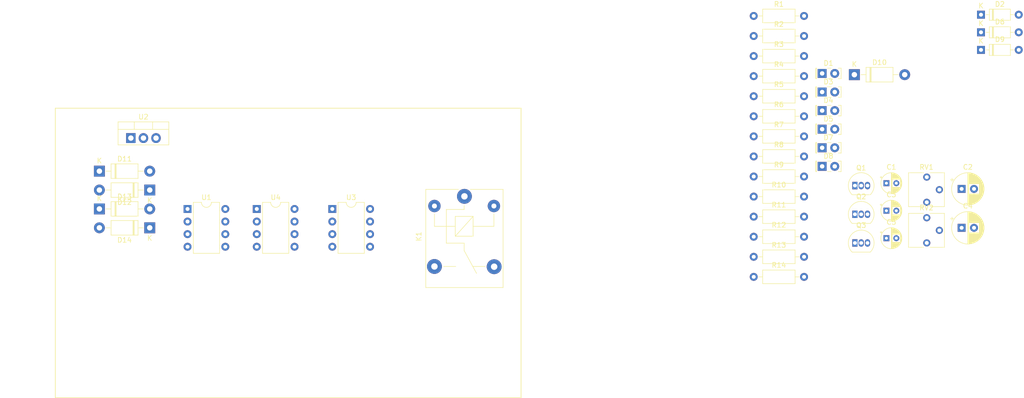
<source format=kicad_pcb>
(kicad_pcb (version 20221018) (generator pcbnew)
  (layers (0 "F.Cu" signal) (31 "B.Cu" signal) (34 "B.Paste" user) (35 "F.Paste" user) (36 "B.SilkS" user "B.Silkscreen") (37 "F.SilkS" user "F.Silkscreen") (38 "B.Mask" user) (39 "F.Mask" user) (44 "Edge.Cuts" user))
  (net 0 "")
  (net 1 "+12V")
  (net 2 "Net-(Q1-C)")
  (net 3 "Net-(D12-K)")
  (net 4 "GND")
  (net 5 "/triggle")
  (net 6 "/Delay")
  (net 7 "Net-(D1-K)")
  (net 8 "Net-(D1-A)")
  (net 9 "/RST_O")
  (net 10 "Net-(D2-A)")
  (net 11 "/pin3_OV")
  (net 12 "Net-(D3-A)")
  (net 13 "Net-(D4-A)")
  (net 14 "Net-(D5-A)")
  (net 15 "Net-(D6-A)")
  (net 16 "/pin3_RC")
  (net 17 "Net-(D7-A)")
  (net 18 "Net-(D10-K)")
  (net 19 "Net-(D10-A)")
  (net 20 "Net-(D11-K)")
  (net 21 "Net-(D13-K)")
  (net 25 "Net-(Q1-B)")
  (net 26 "Net-(Q2-C)")
  (net 27 "Net-(Q2-B)")
  (net 28 "Net-(Q3-B)")
  (net 29 "Net-(R1-Pad1)")
  (net 30 "Net-(R7-Pad2)")
  (footprint "Potentiometer_THT:Potentiometer_Vishay_T73YP_Vertical" (layer "F.Cu") (at 258.394759 67.24)
    (fp_text reference "RV1" (at -0.06 -7.09) (layer "F.SilkS"))
    (fp_text value "10k")
    (pad "1" thru_hole circle (at 0 0) (size 1.44 1.44) (drill 0.8) (layers *.Cu *.Mask) (net 1 "+12V"))
    (pad "2" thru_hole circle (at 2.54 -2.54) (size 1.44 1.44) (drill 0.8) (layers *.Cu *.Mask) (net 25 "Net-(Q1-B)"))
    (pad "3" thru_hole circle (at 0 -5.08) (size 1.44 1.44) (drill 0.8) (layers *.Cu *.Mask) (net 29 "Net-(R1-Pad1)"))
  )
  (footprint "Resistor_THT:R_Axial_DIN0207_L6.3mm_D2.5mm_P10.16mm_Horizontal" (layer "F.Cu") (at 223.474759 53.94)
    (fp_text reference "R7" (at 5.08 -2.37) (layer "F.SilkS"))
    (fp_text value "47k")
    (pad "1" thru_hole circle (at 0 0) (size 1.6 1.6) (drill 0.8) (layers *.Cu *.Mask) (net 1 "+12V"))
    (pad "2" thru_hole oval (at 10.16 0) (size 1.6 1.6) (drill 0.8) (layers *.Cu *.Mask) (net 30 "Net-(R7-Pad2)"))
  )
  (footprint "Resistor_THT:R_Axial_DIN0207_L6.3mm_D2.5mm_P10.16mm_Horizontal" (layer "F.Cu") (at 223.474759 70.14)
    (fp_text reference "R11" (at 5.08 -2.37) (layer "F.SilkS"))
    (fp_text value "1k")
    (pad "1" thru_hole circle (at 0 0) (size 1.6 1.6) (drill 0.8) (layers *.Cu *.Mask) (net 1 "+12V"))
    (pad "2" thru_hole oval (at 10.16 0) (size 1.6 1.6) (drill 0.8) (layers *.Cu *.Mask) (net 17 "Net-(D7-A)"))
  )
  (footprint "Resistor_THT:R_Axial_DIN0207_L6.3mm_D2.5mm_P10.16mm_Horizontal" (layer "F.Cu") (at 223.474759 66.09)
    (fp_text reference "R10" (at 5.08 -2.37) (layer "F.SilkS"))
    (fp_text value "47k")
    (pad "1" thru_hole circle (at 0 0) (size 1.6 1.6) (drill 0.8) (layers *.Cu *.Mask) (net 1 "+12V"))
    (pad "2" thru_hole oval (at 10.16 0) (size 1.6 1.6) (drill 0.8) (layers *.Cu *.Mask) (net 10 "Net-(D2-A)"))
  )
  (footprint "Diode_THT:D_DO-41_SOD81_P10.16mm_Horizontal" (layer "F.Cu") (at 91.44 68.58)
    (fp_text reference "D13" (at 5.08 -2.47) (layer "F.SilkS"))
    (fp_text value "1N4001")
    (fp_text user "K" (at 0 -2.1) (layer "F.SilkS"))
    (pad "1" thru_hole rect (at 0 0) (size 2.2 2.2) (drill 1.1) (layers *.Cu *.Mask) (net 21 "Net-(D13-K)"))
    (pad "2" thru_hole oval (at 10.16 0) (size 2.2 2.2) (drill 1.1) (layers *.Cu *.Mask) (net 4 "GND"))
  )
  (footprint "Package_TO_SOT_THT:TO-220-3_Vertical" (layer "F.Cu") (at 97.79 54.285)
    (fp_text reference "U2" (at 2.54 -4.27) (layer "F.SilkS"))
    (fp_text value "LM7812")
    (pad "1" thru_hole rect (at 0 0) (size 1.905 2) (drill 1.1) (layers *.Cu *.Mask) (net 3 "Net-(D12-K)"))
    (pad "2" thru_hole oval (at 2.54 0) (size 1.905 2) (drill 1.1) (layers *.Cu *.Mask) (net 4 "GND"))
    (pad "3" thru_hole oval (at 5.08 0) (size 1.905 2) (drill 1.1) (layers *.Cu *.Mask) (net 1 "+12V"))
  )
  (footprint "LED_THT:LED_Rectangular_W5.0mm_H2.0mm" (layer "F.Cu") (at 237.284759 56.24)
    (fp_text reference "D7" (at 1.27 -2.06) (layer "F.SilkS"))
    (fp_text value "LED OPT")
    (pad "1" thru_hole rect (at 0 0) (size 1.8 1.8) (drill 0.9) (layers *.Cu *.Mask) (net 16 "/pin3_RC"))
    (pad "2" thru_hole circle (at 2.54 0) (size 1.8 1.8) (drill 0.9) (layers *.Cu *.Mask) (net 17 "Net-(D7-A)"))
  )
  (footprint "Diode_THT:D_DO-35_SOD27_P7.62mm_Horizontal" (layer "F.Cu") (at 269.334759 29.39)
    (fp_text reference "D2" (at 3.81 -2.12) (layer "F.SilkS"))
    (fp_text value "1N4148")
    (fp_text user "K" (at 0 -1.8) (layer "F.SilkS"))
    (pad "1" thru_hole rect (at 0 0) (size 1.6 1.6) (drill 0.8) (layers *.Cu *.Mask) (net 9 "/RST_O"))
    (pad "2" thru_hole oval (at 7.62 0) (size 1.6 1.6) (drill 0.8) (layers *.Cu *.Mask) (net 10 "Net-(D2-A)"))
  )
  (footprint "Resistor_THT:R_Axial_DIN0207_L6.3mm_D2.5mm_P10.16mm_Horizontal" (layer "F.Cu") (at 223.474759 82.29)
    (fp_text reference "R14" (at 5.08 -2.37) (layer "F.SilkS"))
    (fp_text value "3k3")
    (pad "1" thru_hole circle (at 0 0) (size 1.6 1.6) (drill 0.8) (layers *.Cu *.Mask) (net 1 "+12V"))
    (pad "2" thru_hole oval (at 10.16 0) (size 1.6 1.6) (drill 0.8) (layers *.Cu *.Mask) (net 28 "Net-(Q3-B)"))
  )
  (footprint "Capacitor_THT:CP_Radial_D4.0mm_P2.00mm" (layer "F.Cu") (at 250.24956 63.39)
    (fp_text reference "C1" (at 1 -3.25) (layer "F.SilkS"))
    (fp_text value "10u")
    (pad "1" thru_hole rect (at 0 0) (size 1.2 1.2) (drill 0.6) (layers *.Cu *.Mask) (net 1 "+12V"))
    (pad "2" thru_hole circle (at 2 0) (size 1.2 1.2) (drill 0.6) (layers *.Cu *.Mask) (net 2 "Net-(Q1-C)"))
  )
  (footprint "Package_DIP:DIP-8_W7.62mm" (layer "F.Cu") (at 109.23 68.59)
    (fp_text reference "U1" (at 3.81 -2.33) (layer "F.SilkS"))
    (fp_text value "NE555P")
    (pad "1" thru_hole rect (at 0 0) (size 1.6 1.6) (drill 0.8) (layers *.Cu *.Mask) (net 4 "GND"))
    (pad "2" thru_hole oval (at 0 2.54) (size 1.6 1.6) (drill 0.8) (layers *.Cu *.Mask) (net 2 "Net-(Q1-C)"))
    (pad "3" thru_hole oval (at 0 5.08) (size 1.6 1.6) (drill 0.8) (layers *.Cu *.Mask) (net 11 "/pin3_OV"))
    (pad "4" thru_hole oval (at 0 7.62) (size 1.6 1.6) (drill 0.8) (layers *.Cu *.Mask) (net 9 "/RST_O"))
    (pad "5" thru_hole oval (at 7.62 7.62) (size 1.6 1.6) (drill 0.8) (layers *.Cu *.Mask))
    (pad "6" thru_hole oval (at 7.62 5.08) (size 1.6 1.6) (drill 0.8) (layers *.Cu *.Mask) (net 2 "Net-(Q1-C)"))
    (pad "7" thru_hole oval (at 7.62 2.54) (size 1.6 1.6) (drill 0.8) (layers *.Cu *.Mask) (net 7 "Net-(D1-K)"))
    (pad "8" thru_hole oval (at 7.62 0) (size 1.6 1.6) (drill 0.8) (layers *.Cu *.Mask) (net 1 "+12V"))
  )
  (footprint "Diode_THT:D_DO-41_SOD81_P10.16mm_Horizontal" (layer "F.Cu") (at 91.44 60.96)
    (fp_text reference "D11" (at 5.08 -2.47) (layer "F.SilkS"))
    (fp_text value "1N4001")
    (fp_text user "K" (at 0 -2.1) (layer "F.SilkS"))
    (pad "1" thru_hole rect (at 0 0) (size 2.2 2.2) (drill 1.1) (layers *.Cu *.Mask) (net 20 "Net-(D11-K)"))
    (pad "2" thru_hole oval (at 10.16 0) (size 2.2 2.2) (drill 1.1) (layers *.Cu *.Mask) (net 4 "GND"))
  )
  (footprint "Potentiometer_THT:Potentiometer_Vishay_T73YP_Vertical" (layer "F.Cu") (at 258.394759 75.44)
    (fp_text reference "RV2" (at -0.06 -7.09) (layer "F.SilkS"))
    (fp_text value "10k")
    (pad "1" thru_hole circle (at 0 0) (size 1.44 1.44) (drill 0.8) (layers *.Cu *.Mask) (net 30 "Net-(R7-Pad2)"))
    (pad "2" thru_hole circle (at 2.54 -2.54) (size 1.44 1.44) (drill 0.8) (layers *.Cu *.Mask) (net 27 "Net-(Q2-B)"))
    (pad "3" thru_hole circle (at 0 -5.08) (size 1.44 1.44) (drill 0.8) (layers *.Cu *.Mask) (net 4 "GND"))
  )
  (footprint "LED_THT:LED_Rectangular_W5.0mm_H2.0mm" (layer "F.Cu") (at 237.284759 44.99)
    (fp_text reference "D3" (at 1.27 -2.06) (layer "F.SilkS"))
    (fp_text value "LED OVER")
    (pad "1" thru_hole rect (at 0 0) (size 1.8 1.8) (drill 0.9) (layers *.Cu *.Mask) (net 11 "/pin3_OV"))
    (pad "2" thru_hole circle (at 2.54 0) (size 1.8 1.8) (drill 0.9) (layers *.Cu *.Mask) (net 12 "Net-(D3-A)"))
  )
  (footprint "Diode_THT:D_DO-35_SOD27_P7.62mm_Horizontal" (layer "F.Cu") (at 269.334759 36.49)
    (fp_text reference "D9" (at 3.81 -2.12) (layer "F.SilkS"))
    (fp_text value "1N4148")
    (fp_text user "K" (at 0 -1.8) (layer "F.SilkS"))
    (pad "1" thru_hole rect (at 0 0) (size 1.6 1.6) (drill 0.8) (layers *.Cu *.Mask) (net 11 "/pin3_OV"))
    (pad "2" thru_hole oval (at 7.62 0) (size 1.6 1.6) (drill 0.8) (layers *.Cu *.Mask) (net 10 "Net-(D2-A)"))
  )
  (footprint "Resistor_THT:R_Axial_DIN0207_L6.3mm_D2.5mm_P10.16mm_Horizontal" (layer "F.Cu") (at 223.474759 49.89)
    (fp_text reference "R6" (at 5.08 -2.37) (layer "F.SilkS"))
    (fp_text value "10k")
    (pad "1" thru_hole circle (at 0 0) (size 1.6 1.6) (drill 0.8) (layers *.Cu *.Mask) (net 1 "+12V"))
    (pad "2" thru_hole oval (at 10.16 0) (size 1.6 1.6) (drill 0.8) (layers *.Cu *.Mask) (net 26 "Net-(Q2-C)"))
  )
  (footprint "Resistor_THT:R_Axial_DIN0207_L6.3mm_D2.5mm_P10.16mm_Horizontal" (layer "F.Cu") (at 223.474759 37.74)
    (fp_text reference "R3" (at 5.08 -2.37) (layer "F.SilkS"))
    (fp_text value "1k")
    (pad "1" thru_hole circle (at 0 0) (size 1.6 1.6) (drill 0.8) (layers *.Cu *.Mask) (net 1 "+12V"))
    (pad "2" thru_hole oval (at 10.16 0) (size 1.6 1.6) (drill 0.8) (layers *.Cu *.Mask) (net 8 "Net-(D1-A)"))
  )
  (footprint "Diode_THT:D_DO-41_SOD81_P10.16mm_Horizontal" (layer "F.Cu") (at 101.6 72.39 180)
    (fp_text reference "D14" (at 5.08 -2.47) (layer "F.SilkS"))
    (fp_text value "1N4001")
    (fp_text user "K" (at 0 -2.1) (layer "F.SilkS"))
    (pad "1" thru_hole rect (at 0 0 180) (size 2.2 2.2) (drill 1.1) (layers *.Cu *.Mask) (net 3 "Net-(D12-K)"))
    (pad "2" thru_hole oval (at 10.16 0 180) (size 2.2 2.2) (drill 1.1) (layers *.Cu *.Mask) (net 21 "Net-(D13-K)"))
  )
  (footprint "Resistor_THT:R_Axial_DIN0207_L6.3mm_D2.5mm_P10.16mm_Horizontal" (layer "F.Cu") (at 223.474759 78.24)
    (fp_text reference "R13" (at 5.08 -2.37) (layer "F.SilkS"))
    (fp_text value "8k2")
    (pad "1" thru_hole circle (at 0 0) (size 1.6 1.6) (drill 0.8) (layers *.Cu *.Mask) (net 16 "/pin3_RC"))
    (pad "2" thru_hole oval (at 10.16 0) (size 1.6 1.6) (drill 0.8) (layers *.Cu *.Mask) (net 28 "Net-(Q3-B)"))
  )
  (footprint "Package_TO_SOT_THT:TO-92_Inline" (layer "F.Cu") (at 243.894759 63.87)
    (fp_text reference "Q1" (at 1.27 -3.56) (layer "F.SilkS"))
    (fp_text value "2SA1015")
    (pad "1" thru_hole rect (at 0 0) (size 1.05 1.5) (drill 0.75) (layers *.Cu *.Mask) (net 1 "+12V"))
    (pad "2" thru_hole oval (at 1.27 0) (size 1.05 1.5) (drill 0.75) (layers *.Cu *.Mask) (net 2 "Net-(Q1-C)"))
    (pad "3" thru_hole oval (at 2.54 0) (size 1.05 1.5) (drill 0.75) (layers *.Cu *.Mask) (net 25 "Net-(Q1-B)"))
  )
  (footprint "Diode_THT:D_DO-35_SOD27_P7.62mm_Horizontal" (layer "F.Cu") (at 269.334759 32.94)
    (fp_text reference "D6" (at 3.81 -2.12) (layer "F.SilkS"))
    (fp_text value "1N4148")
    (fp_text user "K" (at 0 -1.8) (layer "F.SilkS"))
    (pad "1" thru_hole rect (at 0 0) (size 1.6 1.6) (drill 0.8) (layers *.Cu *.Mask) (net 10 "Net-(D2-A)"))
    (pad "2" thru_hole oval (at 7.62 0) (size 1.6 1.6) (drill 0.8) (layers *.Cu *.Mask) (net 15 "Net-(D6-A)"))
  )
  (footprint "Resistor_THT:R_Axial_DIN0207_L6.3mm_D2.5mm_P10.16mm_Horizontal" (layer "F.Cu") (at 223.474759 29.64)
    (fp_text reference "R1" (at 5.08 -2.37) (layer "F.SilkS"))
    (fp_text value "47k")
    (pad "1" thru_hole circle (at 0 0) (size 1.6 1.6) (drill 0.8) (layers *.Cu *.Mask) (net 29 "Net-(R1-Pad1)"))
    (pad "2" thru_hole oval (at 10.16 0) (size 1.6 1.6) (drill 0.8) (layers *.Cu *.Mask) (net 4 "GND"))
  )
  (footprint "Resistor_THT:R_Axial_DIN0207_L6.3mm_D2.5mm_P10.16mm_Horizontal" (layer "F.Cu") (at 223.474759 33.69)
    (fp_text reference "R2" (at 5.08 -2.37) (layer "F.SilkS"))
    (fp_text value "10k")
    (pad "1" thru_hole circle (at 0 0) (size 1.6 1.6) (drill 0.8) (layers *.Cu *.Mask) (net 2 "Net-(Q1-C)"))
    (pad "2" thru_hole oval (at 10.16 0) (size 1.6 1.6) (drill 0.8) (layers *.Cu *.Mask) (net 4 "GND"))
  )
  (footprint "Capacitor_THT:CP_Radial_D6.3mm_P2.50mm" (layer "F.Cu") (at 265.43 72.39)
    (fp_text reference "C4" (at 1.25 -4.4) (layer "F.SilkS"))
    (fp_text value "10u")
    (pad "1" thru_hole rect (at 0 0) (size 1.6 1.6) (drill 0.8) (layers *.Cu *.Mask) (net 6 "/Delay"))
    (pad "2" thru_hole circle (at 2.5 0) (size 1.6 1.6) (drill 0.8) (layers *.Cu *.Mask) (net 4 "GND"))
  )
  (footprint "Capacitor_THT:CP_Radial_D4.0mm_P2.00mm" (layer "F.Cu") (at 250.24956 68.94)
    (fp_text reference "C3" (at 1 -3.25) (layer "F.SilkS"))
    (fp_text value "10u")
    (pad "1" thru_hole rect (at 0 0) (size 1.2 1.2) (drill 0.6) (layers *.Cu *.Mask) (net 5 "/triggle"))
    (pad "2" thru_hole circle (at 2 0) (size 1.2 1.2) (drill 0.6) (layers *.Cu *.Mask) (net 4 "GND"))
  )
  (footprint "LED_THT:LED_Rectangular_W5.0mm_H2.0mm" (layer "F.Cu") (at 237.284759 41.24)
    (fp_text reference "D1" (at 1.27 -2.06) (layer "F.SilkS"))
    (fp_text value "LED Trip")
    (pad "1" thru_hole rect (at 0 0) (size 1.8 1.8) (drill 0.9) (layers *.Cu *.Mask) (net 7 "Net-(D1-K)"))
    (pad "2" thru_hole circle (at 2.54 0) (size 1.8 1.8) (drill 0.9) (layers *.Cu *.Mask) (net 8 "Net-(D1-A)"))
  )
  (footprint "Resistor_THT:R_Axial_DIN0207_L6.3mm_D2.5mm_P10.16mm_Horizontal" (layer "F.Cu") (at 223.474759 57.99)
    (fp_text reference "R8" (at 5.08 -2.37) (layer "F.SilkS"))
    (fp_text value "1k")
    (pad "1" thru_hole circle (at 0 0) (size 1.6 1.6) (drill 0.8) (layers *.Cu *.Mask) (net 1 "+12V"))
    (pad "2" thru_hole oval (at 10.16 0) (size 1.6 1.6) (drill 0.8) (layers *.Cu *.Mask) (net 14 "Net-(D5-A)"))
  )
  (footprint "Package_TO_SOT_THT:TO-92_Inline" (layer "F.Cu") (at 243.894759 69.66)
    (fp_text reference "Q2" (at 1.27 -3.56) (layer "F.SilkS"))
    (fp_text value "C1815")
    (pad "1" thru_hole rect (at 0 0) (size 1.05 1.5) (drill 0.75) (layers *.Cu *.Mask) (net 4 "GND"))
    (pad "2" thru_hole oval (at 1.27 0) (size 1.05 1.5) (drill 0.75) (layers *.Cu *.Mask) (net 26 "Net-(Q2-C)"))
    (pad "3" thru_hole oval (at 2.54 0) (size 1.05 1.5) (drill 0.75) (layers *.Cu *.Mask) (net 27 "Net-(Q2-B)"))
  )
  (footprint "Package_DIP:DIP-8_W7.62mm" (layer "F.Cu") (at 123.2 68.59)
    (fp_text reference "U4" (at 3.81 -2.33) (layer "F.SilkS"))
    (fp_text value "NE555P")
    (pad "1" thru_hole rect (at 0 0) (size 1.6 1.6) (drill 0.8) (layers *.Cu *.Mask) (net 4 "GND"))
    (pad "2" thru_hole oval (at 0 2.54) (size 1.6 1.6) (drill 0.8) (layers *.Cu *.Mask) (net 10 "Net-(D2-A)"))
    (pad "3" thru_hole oval (at 0 5.08) (size 1.6 1.6) (drill 0.8) (layers *.Cu *.Mask) (net 16 "/pin3_RC"))
    (pad "4" thru_hole oval (at 0 7.62) (size 1.6 1.6) (drill 0.8) (layers *.Cu *.Mask) (net 1 "+12V"))
    (pad "5" thru_hole oval (at 7.62 7.62) (size 1.6 1.6) (drill 0.8) (layers *.Cu *.Mask))
    (pad "6" thru_hole oval (at 7.62 5.08) (size 1.6 1.6) (drill 0.8) (layers *.Cu *.Mask) (net 6 "/Delay"))
    (pad "7" thru_hole oval (at 7.62 2.54) (size 1.6 1.6) (drill 0.8) (layers *.Cu *.Mask) (net 6 "/Delay"))
    (pad "8" thru_hole oval (at 7.62 0) (size 1.6 1.6) (drill 0.8) (layers *.Cu *.Mask) (net 1 "+12V"))
  )
  (footprint "Capacitor_THT:CP_Radial_D6.3mm_P2.50mm" (layer "F.Cu") (at 265.43 64.54)
    (fp_text reference "C2" (at 1.25 -4.4) (layer "F.SilkS"))
    (fp_text value "470u")
    (pad "1" thru_hole rect (at 0 0) (size 1.6 1.6) (drill 0.8) (layers *.Cu *.Mask) (net 3 "Net-(D12-K)"))
    (pad "2" thru_hole circle (at 2.5 0) (size 1.6 1.6) (drill 0.8) (layers *.Cu *.Mask) (net 4 "GND"))
  )
  (footprint "LED_THT:LED_Rectangular_W5.0mm_H2.0mm" (layer "F.Cu") (at 237.284759 48.74)
    (fp_text reference "D4" (at 1.27 -2.06) (layer "F.SilkS"))
    (fp_text value "LED GRN")
    (pad "1" thru_hole rect (at 0 0) (size 1.8 1.8) (drill 0.9) (layers *.Cu *.Mask) (net 4 "GND"))
    (pad "2" thru_hole circle (at 2.54 0) (size 1.8 1.8) (drill 0.9) (layers *.Cu *.Mask) (net 13 "Net-(D4-A)"))
  )
  (footprint "Diode_THT:D_DO-41_SOD81_P10.16mm_Horizontal" (layer "F.Cu") (at 243.784759 41.49)
    (fp_text reference "D10" (at 5.08 -2.47) (layer "F.SilkS"))
    (fp_text value "1N4001")
    (fp_text user "K" (at 0 -2.1) (layer "F.SilkS"))
    (pad "1" thru_hole rect (at 0 0) (size 2.2 2.2) (drill 1.1) (layers *.Cu *.Mask) (net 18 "Net-(D10-K)"))
    (pad "2" thru_hole oval (at 10.16 0) (size 2.2 2.2) (drill 1.1) (layers *.Cu *.Mask) (net 19 "Net-(D10-A)"))
  )
  (footprint "Resistor_THT:R_Axial_DIN0207_L6.3mm_D2.5mm_P10.16mm_Horizontal" (layer "F.Cu") (at 223.474759 41.79)
    (fp_text reference "R4" (at 5.08 -2.37) (layer "F.SilkS"))
    (fp_text value "1k")
    (pad "1" thru_hole circle (at 0 0) (size 1.6 1.6) (drill 0.8) (layers *.Cu *.Mask) (net 9 "/RST_O"))
    (pad "2" thru_hole oval (at 10.16 0) (size 1.6 1.6) (drill 0.8) (layers *.Cu *.Mask) (net 12 "Net-(D3-A)"))
  )
  (footprint "Relay_THT:Relay_SPDT_SANYOU_SRD_Series_Form_C" (layer "F.Cu") (at 165.1 66.04 -90)
    (fp_text reference "K1" (at 8.1 9.2 90) (layer "F.SilkS"))
    (fp_text value "Relay")
    (pad "1" thru_hole circle (at 0 0) (size 3 3) (drill 1.3) (layers *.Cu *.Mask))
    (pad "2" thru_hole circle (at 1.95 6.05) (size 2.5 2.5) (drill 1) (layers *.Cu *.Mask) (net 18 "Net-(D10-K)"))
    (pad "3" thru_hole circle (at 14.15 6.05) (size 3 3) (drill 1.3) (layers *.Cu *.Mask))
    (pad "4" thru_hole circle (at 14.2 -6) (size 3 3) (drill 1.3) (layers *.Cu *.Mask))
    (pad "5" thru_hole circle (at 1.95 -5.95) (size 2.5 2.5) (drill 1) (layers *.Cu *.Mask) (net 19 "Net-(D10-A)"))
  )
  (footprint "Capacitor_THT:CP_Radial_D4.0mm_P2.00mm" (layer "F.Cu") (at 250.24956 74.49)
    (fp_text reference "C5" (at 1 -3.25) (layer "F.SilkS"))
    (fp_text value "10u")
    (pad "1" thru_hole rect (at 0 0) (size 1.2 1.2) (drill 0.6) (layers *.Cu *.Mask) (net 1 "+12V"))
    (pad "2" thru_hole circle (at 2 0) (size 1.2 1.2) (drill 0.6) (layers *.Cu *.Mask) (net 4 "GND"))
  )
  (footprint "LED_THT:LED_Rectangular_W5.0mm_H2.0mm" (layer "F.Cu") (at 237.284759 59.99)
    (fp_text reference "D8" (at 1.27 -2.06) (layer "F.SilkS"))
    (fp_text value "LED Delay")
    (pad "1" thru_hole rect (at 0 0) (size 1.8 1.8) (drill 0.9) (layers *.Cu *.Mask) (net 4 "GND"))
    (pad "2" thru_hole circle (at 2.54 0) (size 1.8 1.8) (drill 0.9) (layers *.Cu *.Mask) (net 15 "Net-(D6-A)"))
  )
  (footprint "LED_THT:LED_Rectangular_W5.0mm_H2.0mm" (layer "F.Cu") (at 237.284759 52.49)
    (fp_text reference "D5" (at 1.27 -2.06) (layer "F.SilkS"))
    (fp_text value "LED UND")
    (pad "1" thru_hole rect (at 0 0) (size 1.8 1.8) (drill 0.9) (layers *.Cu *.Mask) (net 9 "/RST_O"))
    (pad "2" thru_hole circle (at 2.54 0) (size 1.8 1.8) (drill 0.9) (layers *.Cu *.Mask) (net 14 "Net-(D5-A)"))
  )
  (footprint "Resistor_THT:R_Axial_DIN0207_L6.3mm_D2.5mm_P10.16mm_Horizontal" (layer "F.Cu") (at 223.474759 62.04)
    (fp_text reference "R9" (at 5.08 -2.37) (layer "F.SilkS"))
    (fp_text value "47k")
    (pad "1" thru_hole circle (at 0 0) (size 1.6 1.6) (drill 0.8) (layers *.Cu *.Mask) (net 1 "+12V"))
    (pad "2" thru_hole oval (at 10.16 0) (size 1.6 1.6) (drill 0.8) (layers *.Cu *.Mask) (net 6 "/Delay"))
  )
  (footprint "Diode_THT:D_DO-41_SOD81_P10.16mm_Horizontal" (layer "F.Cu") (at 101.6 64.77 180)
    (fp_text reference "D12" (at 5.08 -2.47) (layer "F.SilkS"))
    (fp_text value "1N4001")
    (fp_text user "K" (at 0 -2.1) (layer "F.SilkS"))
    (pad "1" thru_hole rect (at 0 0 180) (size 2.2 2.2) (drill 1.1) (layers *.Cu *.Mask) (net 3 "Net-(D12-K)"))
    (pad "2" thru_hole oval (at 10.16 0 180) (size 2.2 2.2) (drill 1.1) (layers *.Cu *.Mask) (net 20 "Net-(D11-K)"))
  )
  (footprint "Package_DIP:DIP-8_W7.62mm" (layer "F.Cu") (at 138.44 68.59)
    (fp_text reference "U3" (at 3.81 -2.33) (layer "F.SilkS"))
    (fp_text value "NE555P")
    (pad "1" thru_hole rect (at 0 0) (size 1.6 1.6) (drill 0.8) (layers *.Cu *.Mask) (net 4 "GND"))
    (pad "2" thru_hole oval (at 0 2.54) (size 1.6 1.6) (drill 0.8) (layers *.Cu *.Mask) (net 5 "/triggle"))
    (pad "3" thru_hole oval (at 0 5.08) (size 1.6 1.6) (drill 0.8) (layers *.Cu *.Mask) (net 9 "/RST_O"))
    (pad "4" thru_hole oval (at 0 7.62) (size 1.6 1.6) (drill 0.8) (layers *.Cu *.Mask) (net 1 "+12V"))
    (pad "5" thru_hole oval (at 7.62 7.62) (size 1.6 1.6) (drill 0.8) (layers *.Cu *.Mask))
    (pad "6" thru_hole oval (at 7.62 5.08) (size 1.6 1.6) (drill 0.8) (layers *.Cu *.Mask) (net 5 "/triggle"))
    (pad "7" thru_hole oval (at 7.62 2.54) (size 1.6 1.6) (drill 0.8) (layers *.Cu *.Mask))
    (pad "8" thru_hole oval (at 7.62 0) (size 1.6 1.6) (drill 0.8) (layers *.Cu *.Mask) (net 1 "+12V"))
  )
  (footprint "Resistor_THT:R_Axial_DIN0207_L6.3mm_D2.5mm_P10.16mm_Horizontal" (layer "F.Cu") (at 223.474759 45.84)
    (fp_text reference "R5" (at 5.08 -2.37) (layer "F.SilkS"))
    (fp_text value "1k")
    (pad "1" thru_hole circle (at 0 0) (size 1.6 1.6) (drill 0.8) (layers *.Cu *.Mask) (net 11 "/pin3_OV"))
    (pad "2" thru_hole oval (at 10.16 0) (size 1.6 1.6) (drill 0.8) (layers *.Cu *.Mask) (net 13 "Net-(D4-A)"))
  )
  (footprint "Package_TO_SOT_THT:TO-92_Inline" (layer "F.Cu") (at 243.894759 75.45)
    (fp_text reference "Q3" (at 1.27 -3.56) (layer "F.SilkS"))
    (fp_text value "2SA1015")
    (pad "1" thru_hole rect (at 0 0) (size 1.05 1.5) (drill 0.75) (layers *.Cu *.Mask) (net 1 "+12V"))
    (pad "2" thru_hole oval (at 1.27 0) (size 1.05 1.5) (drill 0.75) (layers *.Cu *.Mask) (net 18 "Net-(D10-K)"))
    (pad "3" thru_hole oval (at 2.54 0) (size 1.05 1.5) (drill 0.75) (layers *.Cu *.Mask) (net 28 "Net-(Q3-B)"))
  )
  (footprint "Resistor_THT:R_Axial_DIN0207_L6.3mm_D2.5mm_P10.16mm_Horizontal" (layer "F.Cu") (at 223.474759 74.19)
    (fp_text reference "R12" (at 5.08 -2.37) (layer "F.SilkS"))
    (fp_text value "1k")
    (pad "1" thru_hole circle (at 0 0) (size 1.6 1.6) (drill 0.8) (layers *.Cu *.Mask) (net 16 "/pin3_RC"))
    (pad "2" thru_hole oval (at 10.16 0) (size 1.6 1.6) (drill 0.8) (layers *.Cu *.Mask) (net 15 "Net-(D6-A)"))
  )
  (gr_line (start 82.55 48.26) (end 82.55 106.68) (stroke (width 0.15)) (layer "F.SilkS"))
  (gr_line (start 176.53 106.68) (end 176.53 48.26) (stroke (width 0.15)) (layer "F.SilkS"))
  (gr_line (start 176.53 48.26) (end 82.55 48.26) (stroke (width 0.15)) (layer "F.SilkS"))
  (gr_line (start 82.55 106.68) (end 176.53 106.68) (stroke (width 0.15)) (layer "F.SilkS"))
)
</source>
